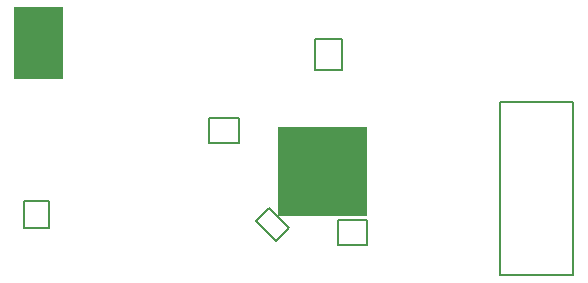
<source format=gbr>
%TF.GenerationSoftware,Altium Limited,Altium Designer,22.8.2 (66)*%
G04 Layer_Color=16711935*
%FSLAX45Y45*%
%MOMM*%
%TF.SameCoordinates,DE4C73A7-34E9-4613-BA68-141157798951*%
%TF.FilePolarity,Positive*%
%TF.FileFunction,Other,Top_Assembly*%
%TF.Part,Single*%
G01*
G75*
%TA.AperFunction,NonConductor*%
%ADD53C,0.20000*%
G36*
X3129280Y4245610D02*
Y4852670D01*
X3540760D01*
Y4245610D01*
X3129280D01*
D02*
G37*
G36*
X5367400Y3083740D02*
Y3832940D01*
X6116600D01*
Y3083740D01*
X5367400D01*
D02*
G37*
D53*
X7240160Y4050300D02*
X7858160D01*
Y2582800D02*
Y4050300D01*
X7240160Y2582800D02*
X7858160D01*
X7240160D02*
Y4050300D01*
X4783700Y3700800D02*
Y3910800D01*
Y3700800D02*
X5033700D01*
Y3910800D01*
X4783700D02*
X5033700D01*
X5676200Y4577540D02*
X5906200D01*
X5676200Y4317540D02*
Y4577540D01*
Y4317540D02*
X5906200D01*
Y4577540D01*
X5869400Y2838860D02*
Y3048860D01*
Y2838860D02*
X6119400D01*
Y3048860D01*
X5869400D02*
X6119400D01*
X5174799Y3040724D02*
X5287936Y3153861D01*
X5174799Y3040724D02*
X5344504Y2871019D01*
X5457641Y2984156D01*
X5287936Y3153861D02*
X5457641Y2984156D01*
X3214780Y2983800D02*
Y3213800D01*
Y2983800D02*
X3424780D01*
Y3213800D01*
X3214780D02*
X3424780D01*
%TF.MD5,de0f9f880629462ed51e8dd4fecc4fea*%
M02*

</source>
